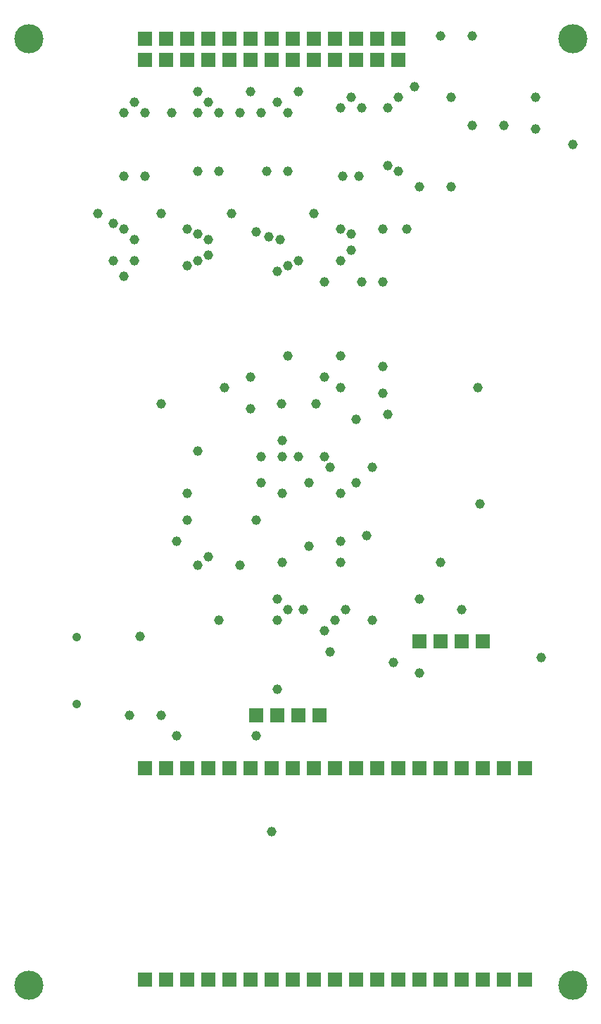
<source format=gbr>
G04 DesignSpark PCB Gerber Version 9.0 Build 5138 *
%FSLAX35Y35*%
%MOIN*%
%ADD100R,0.06600X0.06600*%
%ADD105C,0.04200*%
%ADD80C,0.04600*%
%ADD81C,0.13800*%
X0Y0D02*
D02*
D80*
X48100Y380600D03*
X55600Y358234D03*
Y375734D03*
X60600Y350734D03*
Y373234D03*
Y398100D03*
Y428100D03*
X63100Y143100D03*
X65600Y358234D03*
Y368234D03*
Y433100D03*
X68100Y180600D03*
X70600Y398100D03*
Y428100D03*
X78100Y143100D03*
Y290600D03*
Y380600D03*
X83100Y428100D03*
X85600Y133600D03*
Y225600D03*
X90600Y235600D03*
Y248100D03*
Y355734D03*
Y373234D03*
X95600Y214085D03*
Y268100D03*
Y358234D03*
Y370734D03*
Y400600D03*
Y428100D03*
Y438100D03*
X100600Y218100D03*
Y360734D03*
Y368234D03*
Y433100D03*
X105600Y188100D03*
Y400600D03*
Y428100D03*
X108100Y298100D03*
X111700Y380600D03*
X115600Y214085D03*
Y428100D03*
X120600Y288100D03*
Y303100D03*
Y438100D03*
X123100Y133600D03*
Y235600D03*
Y371834D03*
X125600Y253100D03*
Y265600D03*
Y428100D03*
X128100Y400600D03*
X129200Y369334D03*
X130600Y88100D03*
X133100Y155600D03*
Y188100D03*
Y198100D03*
Y353234D03*
Y433100D03*
X134500Y368100D03*
X135334Y290570D03*
X135600Y215600D03*
Y248100D03*
Y265600D03*
Y273100D03*
X138100Y193100D03*
Y313100D03*
Y355734D03*
Y400600D03*
Y428100D03*
X143100Y265600D03*
Y358234D03*
Y438100D03*
X145600Y193100D03*
X148100Y223100D03*
Y253100D03*
X150466Y380600D03*
X151584Y290600D03*
X155600Y183100D03*
Y265600D03*
Y303100D03*
Y348234D03*
X158100Y173100D03*
Y260600D03*
X160600Y188100D03*
X163100Y215600D03*
Y225600D03*
Y248100D03*
Y298100D03*
Y313100D03*
Y358234D03*
Y373234D03*
Y430600D03*
X164360Y398100D03*
X165600Y193100D03*
X168100Y363234D03*
Y370734D03*
Y435600D03*
X170600Y253100D03*
Y283100D03*
X171840Y398100D03*
X173100Y348234D03*
Y430600D03*
X175600Y228100D03*
X178100Y188100D03*
Y260600D03*
X183100Y295600D03*
Y308100D03*
Y348100D03*
Y373100D03*
X185500Y285600D03*
X185600Y403100D03*
Y430600D03*
X188100Y168000D03*
X190600Y400600D03*
Y435600D03*
X194537Y373100D03*
X198100Y440600D03*
X200600Y163100D03*
Y198100D03*
Y393100D03*
X210600Y215600D03*
Y464500D03*
X215600Y393100D03*
Y435600D03*
X220600Y193100D03*
X225600Y422100D03*
Y464500D03*
X228100Y298100D03*
X229100Y243100D03*
X240600Y422100D03*
X255600Y420458D03*
Y435600D03*
X258100Y170600D03*
X273100Y413100D03*
D02*
D81*
X15600Y15600D03*
Y463100D03*
X273100Y15600D03*
Y463100D03*
D02*
D100*
X70600Y18100D03*
Y118100D03*
Y453100D03*
Y463100D03*
X80600Y18100D03*
Y118100D03*
Y453100D03*
Y463100D03*
X90600Y18100D03*
Y118100D03*
Y453100D03*
Y463100D03*
X100600Y18100D03*
Y118100D03*
Y453100D03*
Y463100D03*
X110600Y18100D03*
Y118100D03*
Y453100D03*
Y463100D03*
X120600Y18100D03*
Y118100D03*
Y453100D03*
Y463100D03*
X123100Y143100D03*
X130600Y18100D03*
Y118100D03*
Y453100D03*
Y463100D03*
X133100Y143100D03*
X140600Y18100D03*
Y118100D03*
Y453100D03*
Y463100D03*
X143100Y143100D03*
X150600Y18100D03*
Y118100D03*
Y453100D03*
Y463100D03*
X153100Y143100D03*
X160600Y18100D03*
Y118100D03*
Y453100D03*
Y463100D03*
X170600Y18100D03*
Y118100D03*
Y453100D03*
Y463100D03*
X180600Y18100D03*
Y118100D03*
Y453100D03*
Y463100D03*
X190600Y18100D03*
Y118100D03*
Y453100D03*
Y463100D03*
X200600Y18100D03*
Y118100D03*
Y178100D03*
X210600Y18100D03*
Y118100D03*
Y178100D03*
X220600Y18100D03*
Y118100D03*
Y178100D03*
X230600Y18100D03*
Y118100D03*
Y178100D03*
X240600Y18100D03*
Y118100D03*
X250600Y18100D03*
Y118100D03*
D02*
D105*
X38100Y148600D03*
Y180100D03*
X0Y0D02*
M02*

</source>
